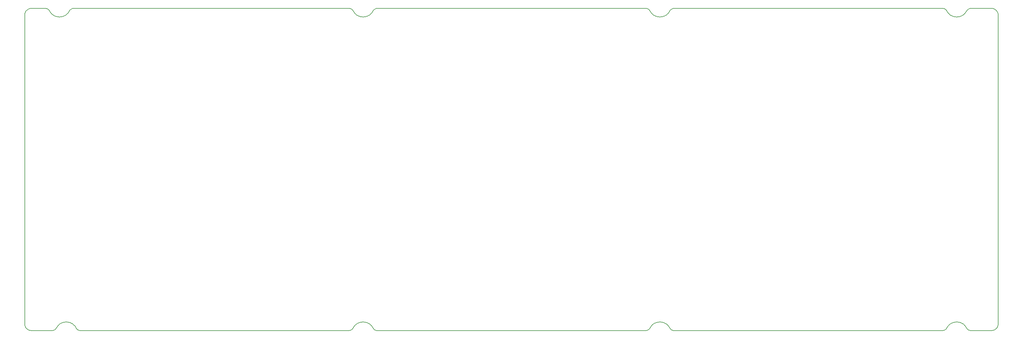
<source format=gm1>
G04 #@! TF.GenerationSoftware,KiCad,Pcbnew,(5.1.4)-1*
G04 #@! TF.CreationDate,2020-10-11T01:36:31-04:00*
G04 #@! TF.ProjectId,keyboard,6b657962-6f61-4726-942e-6b696361645f,rev?*
G04 #@! TF.SameCoordinates,Original*
G04 #@! TF.FileFunction,Profile,NP*
%FSLAX46Y46*%
G04 Gerber Fmt 4.6, Leading zero omitted, Abs format (unit mm)*
G04 Created by KiCad (PCBNEW (5.1.4)-1) date 2020-10-11 01:36:31*
%MOMM*%
%LPD*%
G04 APERTURE LIST*
%ADD10C,0.200000*%
G04 APERTURE END LIST*
D10*
X96408182Y-94274119D02*
X96487158Y-94151833D01*
X13760841Y-92681856D02*
X13898413Y-92750642D01*
X14153175Y-92903499D02*
X14275460Y-92987571D01*
X16430747Y-94880452D02*
X16542842Y-94883000D01*
X97060372Y-93341690D02*
X97159729Y-93242333D01*
X15465199Y-94426976D02*
X15569651Y-94526333D01*
X16542842Y-94883000D02*
X95198062Y-94883000D01*
X15210437Y-94075404D02*
X15284318Y-94202785D01*
X14889437Y-93581166D02*
X14978603Y-93698357D01*
X15811675Y-94694476D02*
X15944151Y-94760714D01*
X15060127Y-93818095D02*
X15136556Y-93942928D01*
X14703461Y-93364618D02*
X14797722Y-93471619D01*
X95982729Y-94661357D02*
X96105015Y-94579833D01*
X15284318Y-94202785D02*
X15368389Y-94319976D01*
X97376277Y-93056356D02*
X97490920Y-92969737D01*
X97266729Y-93145523D02*
X97376277Y-93056356D01*
X96749563Y-93716190D02*
X96836182Y-93599000D01*
X13620722Y-92618166D02*
X13760841Y-92681856D01*
X96925348Y-93489452D02*
X97060372Y-93341690D01*
X96487158Y-94151833D02*
X96530467Y-94075404D01*
X14387556Y-93074190D02*
X14497103Y-93165904D01*
X15686842Y-94615500D02*
X15811675Y-94694476D01*
X14030889Y-92824523D02*
X14153175Y-92903499D01*
X95386586Y-94872810D02*
X95557276Y-94839690D01*
X14275460Y-92987571D02*
X14387556Y-93074190D01*
X15944151Y-94760714D02*
X16091913Y-94814214D01*
X13898413Y-92750642D02*
X14030889Y-92824523D01*
X96530467Y-94075404D02*
X96583967Y-93976047D01*
X16252413Y-94854976D02*
X16430747Y-94880452D01*
X15569651Y-94526333D02*
X15686842Y-94615500D01*
X14978603Y-93698357D02*
X15060127Y-93818095D01*
X96836182Y-93599000D02*
X96925348Y-93489452D01*
X14797722Y-93471619D02*
X14889437Y-93581166D01*
X96583967Y-93976047D02*
X96660396Y-93851214D01*
X95198062Y-94883000D02*
X95386586Y-94872810D01*
X15368389Y-94319976D02*
X15465199Y-94426976D01*
X14497103Y-93165904D02*
X14601556Y-93262714D01*
X15136556Y-93942928D02*
X15210437Y-94075404D01*
X97159729Y-93242333D02*
X97266729Y-93145523D01*
X95852800Y-94732690D02*
X95982729Y-94661357D01*
X95710134Y-94793833D02*
X95852800Y-94732690D01*
X96660396Y-93851214D02*
X96749563Y-93716190D01*
X14601556Y-93262714D02*
X14703461Y-93364618D01*
X96316467Y-94386214D02*
X96408182Y-94274119D01*
X96105015Y-94579833D02*
X96214562Y-94488119D01*
X16091913Y-94814214D02*
X16252413Y-94854976D01*
X95557276Y-94839690D02*
X95710134Y-94793833D01*
X96214562Y-94488119D02*
X96316467Y-94386214D01*
X8795530Y-94732690D02*
X8928006Y-94658809D01*
X956503Y-94483024D02*
X1078789Y-94567095D01*
X13475508Y-92562118D02*
X13620722Y-92618166D01*
X13322650Y-92511166D02*
X13475508Y-92562118D01*
X13164698Y-92467856D02*
X13322650Y-92511166D01*
X10808150Y-92735356D02*
X10945721Y-92669118D01*
X164193Y-93071642D02*
X187122Y-93249976D01*
X12639888Y-92386332D02*
X12823317Y-92404166D01*
X12443722Y-92376142D02*
X12639888Y-92386332D01*
X10945721Y-92669118D02*
X11088388Y-92607975D01*
X1206170Y-94643524D02*
X1338646Y-94709762D01*
X9256649Y-94383666D02*
X9345816Y-94274119D01*
X187122Y-93249976D02*
X225336Y-93413023D01*
X1338646Y-94709762D02*
X1483860Y-94768357D01*
X12408055Y-92376142D02*
X12443722Y-92376142D01*
X10094816Y-93247428D02*
X10199268Y-93150618D01*
X9429887Y-94149285D02*
X9470649Y-94075404D01*
X8655411Y-94791286D02*
X8795530Y-94732690D01*
X8329315Y-94872810D02*
X8500006Y-94839690D01*
X559074Y-94088143D02*
X650789Y-94200238D01*
X10678221Y-92806690D02*
X10808150Y-92735356D01*
X8500006Y-94839690D02*
X8655411Y-94791286D01*
X1639265Y-94816762D02*
X1802313Y-94852429D01*
X9898649Y-93451238D02*
X9992911Y-93346785D01*
X1078789Y-94567095D02*
X1206170Y-94643524D01*
X9470649Y-94075404D02*
X9483387Y-94052476D01*
X1483860Y-94768357D02*
X1639265Y-94816762D01*
X9992911Y-93346785D02*
X10094816Y-93247428D01*
X10313911Y-93056356D02*
X10433649Y-92967190D01*
X9554720Y-93925095D02*
X9633697Y-93797714D01*
X12996555Y-92432190D02*
X13164698Y-92467856D01*
X12823317Y-92404166D02*
X12996555Y-92432190D01*
X11386459Y-92503523D02*
X11546959Y-92460213D01*
X12273031Y-92376142D02*
X12408055Y-92376142D01*
X12076864Y-92383785D02*
X12273031Y-92376142D01*
X10553388Y-92885666D02*
X10678221Y-92806690D01*
X276288Y-93565880D02*
X332336Y-93708547D01*
X11890888Y-92399071D02*
X12076864Y-92383785D01*
X9717768Y-93675428D02*
X9804387Y-93560785D01*
X154003Y-92878023D02*
X164193Y-93071642D01*
X11715102Y-92427094D02*
X11890888Y-92399071D01*
X11546959Y-92460213D02*
X11715102Y-92427094D01*
X11233602Y-92551928D02*
X11386459Y-92503523D01*
X2158980Y-94883000D02*
X8135696Y-94883000D01*
X11088388Y-92607975D02*
X11233602Y-92551928D01*
X10433649Y-92967190D02*
X10553388Y-92885666D01*
X1802313Y-94852429D02*
X1980646Y-94875357D01*
X9047744Y-94577286D02*
X9157292Y-94485571D01*
X9345816Y-94274119D02*
X9429887Y-94149285D01*
X9157292Y-94485571D02*
X9256649Y-94383666D01*
X225336Y-93413023D02*
X276288Y-93565880D01*
X10199268Y-93150618D02*
X10313911Y-93056356D01*
X8928006Y-94658809D02*
X9047744Y-94577286D01*
X477550Y-93970952D02*
X559074Y-94088143D01*
X401122Y-93843571D02*
X477550Y-93970952D01*
X1980646Y-94875357D02*
X2158980Y-94883000D01*
X9483387Y-94052476D02*
X9554720Y-93925095D01*
X8135696Y-94883000D02*
X8329315Y-94872810D01*
X844408Y-94393857D02*
X956503Y-94483024D01*
X739955Y-94297047D02*
X844408Y-94393857D01*
X650789Y-94200238D02*
X739955Y-94297047D01*
X332336Y-93708547D02*
X401122Y-93843571D01*
X9804387Y-93560785D02*
X9898649Y-93451238D01*
X9633697Y-93797714D02*
X9717768Y-93675428D01*
X9852792Y-2880799D02*
X9677006Y-2852775D01*
X11439959Y-2733037D02*
X11287102Y-2781442D01*
X6245362Y-407060D02*
X6130719Y-401965D01*
X154003Y-2406942D02*
X154003Y-92878023D01*
X1967908Y-412155D02*
X1789575Y-435084D01*
X8286006Y-2210775D02*
X8176458Y-2119061D01*
X184574Y-2050275D02*
X161646Y-2228608D01*
X329788Y-1586608D02*
X271193Y-1731822D01*
X469908Y-1326751D02*
X396027Y-1454132D01*
X553979Y-1204465D02*
X469908Y-1326751D01*
X7210910Y-857989D02*
X7106458Y-761179D01*
X10782673Y-2885894D02*
X10599245Y-2903728D01*
X739955Y-987917D02*
X643146Y-1092370D01*
X8176458Y-2119061D02*
X8072006Y-2022251D01*
X948860Y-807036D02*
X839312Y-898751D01*
X1193432Y-649084D02*
X1068598Y-725512D01*
X9052839Y-2666799D02*
X8912720Y-2605656D01*
X11585174Y-2679537D02*
X11439959Y-2733037D01*
X7389243Y-1082179D02*
X7305172Y-964989D01*
X10403078Y-2908823D02*
X10265506Y-2908823D01*
X8400649Y-2299942D02*
X8286006Y-2210775D01*
X7305172Y-964989D02*
X7210910Y-857989D01*
X161646Y-2228608D02*
X154003Y-2406942D01*
X1626527Y-473298D02*
X1473670Y-524250D01*
X9350911Y-2773799D02*
X9198054Y-2722847D01*
X6421148Y-429989D02*
X6245362Y-407060D01*
X10265506Y-2908823D02*
X10229840Y-2908823D01*
X9198054Y-2722847D02*
X9052839Y-2666799D01*
X8775149Y-2534323D02*
X8642673Y-2460442D01*
X10033673Y-2901180D02*
X9852792Y-2880799D01*
X222788Y-1887227D02*
X184574Y-2050275D01*
X2158980Y-401965D02*
X1967908Y-412155D01*
X7875839Y-1815894D02*
X7784125Y-1706346D01*
X1789575Y-435084D02*
X1626527Y-473298D01*
X271193Y-1731822D02*
X222788Y-1887227D01*
X6130719Y-401965D02*
X2158980Y-401965D01*
X8520387Y-2384013D02*
X8400649Y-2299942D01*
X396027Y-1454132D02*
X329788Y-1586608D01*
X643146Y-1092370D02*
X553979Y-1204465D01*
X9677006Y-2852775D02*
X9508863Y-2817108D01*
X839312Y-898751D02*
X739955Y-987917D01*
X6581648Y-470750D02*
X6421148Y-429989D01*
X7694958Y-1586608D02*
X7613434Y-1466870D01*
X1068598Y-725512D02*
X948860Y-807036D01*
X1473670Y-524250D02*
X1328456Y-580298D01*
X6864434Y-593036D02*
X6729410Y-526798D01*
X7972648Y-1920346D02*
X7875839Y-1815894D01*
X11129150Y-2824751D02*
X10961007Y-2860418D01*
X7537005Y-1342036D02*
X7465672Y-1209560D01*
X10961007Y-2860418D02*
X10782673Y-2885894D01*
X10599245Y-2903728D02*
X10403078Y-2908823D01*
X1328456Y-580298D02*
X1193432Y-649084D01*
X6729410Y-526798D02*
X6581648Y-470750D01*
X11287102Y-2781442D02*
X11129150Y-2824751D01*
X7613434Y-1466870D02*
X7537005Y-1342036D01*
X6986720Y-669465D02*
X6864434Y-593036D01*
X7784125Y-1706346D02*
X7694958Y-1586608D01*
X8072006Y-2022251D02*
X7972648Y-1920346D01*
X7106458Y-761179D02*
X6986720Y-669465D01*
X7465672Y-1209560D02*
X7389243Y-1082179D01*
X10229840Y-2908823D02*
X10033673Y-2901180D01*
X8642673Y-2460442D02*
X8520387Y-2384013D01*
X8912720Y-2605656D02*
X8775149Y-2534323D01*
X9508863Y-2817108D02*
X9350911Y-2773799D01*
X102484255Y-901298D02*
X102392541Y-1013393D01*
X183231071Y-761179D02*
X183118976Y-672012D01*
X184680667Y-2404394D02*
X184558381Y-2322870D01*
X100930207Y-2549608D02*
X100797731Y-2615846D01*
X102023136Y-1609537D02*
X101933969Y-1724179D01*
X102392541Y-1013393D02*
X102311017Y-1135679D01*
X101187517Y-2401846D02*
X101062683Y-2478275D01*
X182369976Y-407060D02*
X182257880Y-401965D01*
X183335524Y-857989D02*
X183231071Y-761179D01*
X183822119Y-1584060D02*
X183740595Y-1464322D01*
X100356993Y-2781442D02*
X100196492Y-2824751D01*
X100509850Y-2733037D02*
X100356993Y-2781442D01*
X101062683Y-2478275D02*
X100930207Y-2549608D01*
X101307255Y-2317775D02*
X101187517Y-2401846D01*
X101426993Y-2228608D02*
X101307255Y-2317775D01*
X101646088Y-2040084D02*
X101541636Y-2134346D01*
X102311017Y-1135679D02*
X102270255Y-1209560D01*
X184331643Y-2141989D02*
X184222095Y-2045180D01*
X101747993Y-1938180D02*
X101646088Y-2040084D01*
X103085494Y-493679D02*
X102945374Y-554822D01*
X182994142Y-595584D02*
X182859119Y-526798D01*
X101842255Y-1833727D02*
X101747993Y-1938180D01*
X182859119Y-526798D02*
X182711357Y-470750D01*
X102693160Y-707679D02*
X102583612Y-799393D01*
X184120191Y-1945822D02*
X184023381Y-1841370D01*
X184222095Y-2045180D02*
X184120191Y-1945822D01*
X101933969Y-1724179D02*
X101842255Y-1833727D01*
X184023381Y-1841370D02*
X183908738Y-1703799D01*
X182711357Y-470750D02*
X182550857Y-429989D01*
X102107207Y-1489798D02*
X102023136Y-1609537D01*
X102186184Y-1362417D02*
X102107207Y-1489798D01*
X102945374Y-554822D02*
X102812898Y-626155D01*
X183516405Y-1082179D02*
X183429785Y-964989D01*
X182550857Y-429989D02*
X182369976Y-407060D01*
X183118976Y-672012D02*
X182994142Y-595584D01*
X184932881Y-2552156D02*
X184802953Y-2480823D01*
X184441191Y-2236251D02*
X184331643Y-2141989D01*
X103411589Y-414703D02*
X103240898Y-445274D01*
X102583612Y-799393D02*
X102484255Y-901298D01*
X183908738Y-1703799D02*
X183822119Y-1584060D01*
X102812898Y-626155D02*
X102693160Y-707679D01*
X103240898Y-445274D02*
X103085494Y-493679D01*
X183740595Y-1464322D02*
X183664167Y-1339489D01*
X103605208Y-401965D02*
X103411589Y-414703D01*
X182257880Y-401965D02*
X103605208Y-401965D01*
X183664167Y-1339489D02*
X183590286Y-1209560D01*
X184558381Y-2322870D02*
X184441191Y-2236251D01*
X183429785Y-964989D02*
X183335524Y-857989D01*
X100196492Y-2824751D02*
X100028350Y-2857870D01*
X102270255Y-1209560D02*
X102257517Y-1232489D01*
X101541636Y-2134346D02*
X101426993Y-2228608D01*
X100028350Y-2857870D02*
X99852564Y-2885894D01*
X100657612Y-2676989D02*
X100509850Y-2733037D01*
X100797731Y-2615846D02*
X100657612Y-2676989D01*
X102257517Y-1232489D02*
X102186184Y-1362417D01*
X184802953Y-2480823D02*
X184680667Y-2404394D01*
X183590286Y-1209560D02*
X183516405Y-1082179D01*
X189167026Y-1489798D02*
X189082954Y-1609537D01*
X270178794Y-672012D02*
X270053961Y-595584D01*
X185070453Y-2618394D02*
X184932881Y-2552156D01*
X185210572Y-2679537D02*
X185070453Y-2618394D01*
X186201596Y-2903728D02*
X186015620Y-2885894D01*
X188122502Y-2478275D02*
X187992573Y-2549608D01*
X189454907Y-1013393D02*
X189373383Y-1135679D01*
X188367073Y-2317775D02*
X188247335Y-2401846D01*
X189875264Y-626155D02*
X189752978Y-707679D01*
X270492151Y-964989D02*
X270397889Y-857989D01*
X188807811Y-1938180D02*
X188705907Y-2040084D01*
X271391461Y-2141989D02*
X271281914Y-2045180D01*
X190005193Y-554822D02*
X189875264Y-626155D01*
X188996335Y-1724179D02*
X188904621Y-1833727D01*
X185669143Y-2824751D02*
X185511191Y-2783989D01*
X186392668Y-2908823D02*
X186201596Y-2903728D01*
X185837286Y-2860418D02*
X185669143Y-2824751D01*
X186015620Y-2885894D02*
X185837286Y-2860418D01*
X270293437Y-761179D02*
X270178794Y-672012D01*
X187090715Y-2857870D02*
X186914930Y-2885894D01*
X188705907Y-2040084D02*
X188601454Y-2134346D01*
X188489359Y-2228608D02*
X188367073Y-2317775D01*
X270723985Y-1339489D02*
X270652651Y-1209560D01*
X187258858Y-2824751D02*
X187090715Y-2857870D01*
X188904621Y-1833727D02*
X188807811Y-1938180D01*
X270881937Y-1584060D02*
X270800413Y-1464322D01*
X186527691Y-2908823D02*
X186392668Y-2908823D01*
X186728953Y-2903728D02*
X186527691Y-2908823D01*
X186914930Y-2885894D02*
X186728953Y-2903728D01*
X187569668Y-2733037D02*
X187416811Y-2781442D01*
X187717430Y-2676989D02*
X187569668Y-2733037D01*
X189246002Y-1362417D02*
X189167026Y-1489798D01*
X189373383Y-1135679D02*
X189330073Y-1209560D01*
X189330073Y-1209560D02*
X189319883Y-1232489D01*
X269610675Y-429989D02*
X269432341Y-407060D01*
X189643431Y-799393D02*
X189544073Y-901298D01*
X190145312Y-493679D02*
X190005193Y-554822D01*
X270397889Y-857989D02*
X270293437Y-761179D01*
X270652651Y-1209560D02*
X270576223Y-1082179D01*
X190665026Y-401965D02*
X190471407Y-414703D01*
X269771175Y-470750D02*
X269610675Y-429989D01*
X270576223Y-1082179D02*
X270492151Y-964989D01*
X270800413Y-1464322D02*
X270723985Y-1339489D01*
X271085747Y-1841370D02*
X270971104Y-1703799D01*
X187857549Y-2615846D02*
X187717430Y-2676989D01*
X187992573Y-2549608D02*
X187857549Y-2615846D01*
X189082954Y-1609537D02*
X188996335Y-1724179D01*
X190300717Y-445274D02*
X190145312Y-493679D01*
X189319883Y-1232489D02*
X189246002Y-1362417D01*
X269432341Y-407060D02*
X269317699Y-401965D01*
X269918937Y-526798D02*
X269771175Y-470750D01*
X270053961Y-595584D02*
X269918937Y-526798D01*
X270971104Y-1703799D02*
X270881937Y-1584060D01*
X271281914Y-2045180D02*
X271182556Y-1945822D01*
X271182556Y-1945822D02*
X271085747Y-1841370D01*
X189544073Y-901298D02*
X189454907Y-1013393D01*
X190471407Y-414703D02*
X190300717Y-445274D01*
X185358334Y-2735585D02*
X185210572Y-2679537D01*
X185511191Y-2783989D02*
X185358334Y-2735585D01*
X188601454Y-2134346D02*
X188489359Y-2228608D01*
X187416811Y-2781442D02*
X187258858Y-2824751D01*
X188247335Y-2401846D02*
X188122502Y-2478275D01*
X269317699Y-401965D02*
X190665026Y-401965D01*
X189752978Y-707679D02*
X189643431Y-799393D01*
X97269277Y-2141989D02*
X97162277Y-2045180D01*
X98609325Y-2824751D02*
X98451373Y-2783989D01*
X95488491Y-429989D02*
X95310157Y-407060D01*
X95796753Y-526798D02*
X95651538Y-470750D01*
X97060372Y-1945822D02*
X96963563Y-1841370D01*
X98295968Y-2735585D02*
X98150754Y-2679537D01*
X12242460Y-2317775D02*
X12120174Y-2401846D01*
X96171253Y-761179D02*
X96056610Y-672012D01*
X11727840Y-2618394D02*
X11585174Y-2679537D01*
X11995340Y-2478275D02*
X11865412Y-2549608D01*
X12680650Y-1938180D02*
X12578745Y-2040084D01*
X96963563Y-1841370D02*
X96848920Y-1703799D01*
X98150754Y-2679537D02*
X98010635Y-2618394D01*
X14537865Y-401965D02*
X14344246Y-414703D01*
X95651538Y-470750D02*
X95488491Y-429989D01*
X11865412Y-2549608D02*
X11727840Y-2618394D01*
X12777460Y-1833727D02*
X12680650Y-1938180D01*
X12120174Y-2401846D02*
X11995340Y-2478275D01*
X12362198Y-2228608D02*
X12242460Y-2317775D01*
X12578745Y-2040084D02*
X12474293Y-2134346D01*
X13518817Y-799393D02*
X13416912Y-901298D01*
X13878032Y-554822D02*
X13748103Y-626155D01*
X96056610Y-672012D02*
X95934324Y-595584D01*
X99852564Y-2885894D02*
X99669135Y-2903728D01*
X14018151Y-493679D02*
X13878032Y-554822D01*
X14173556Y-445274D02*
X14018151Y-493679D01*
X96369967Y-964989D02*
X96275705Y-857989D01*
X96530467Y-1209560D02*
X96456586Y-1082179D01*
X95310157Y-407060D02*
X95198062Y-401965D01*
X96275705Y-857989D02*
X96171253Y-761179D01*
X97498563Y-2322870D02*
X97381372Y-2236251D01*
X99669135Y-2903728D02*
X99467873Y-2908823D01*
X98955802Y-2885894D02*
X98777468Y-2860418D01*
X96680777Y-1464322D02*
X96601801Y-1339489D01*
X96848920Y-1703799D02*
X96759753Y-1584060D01*
X97162277Y-2045180D02*
X97060372Y-1945822D01*
X98010635Y-2618394D02*
X97873063Y-2552156D01*
X97618301Y-2404394D02*
X97498563Y-2322870D01*
X98451373Y-2783989D02*
X98295968Y-2735585D01*
X99141778Y-2903728D02*
X98955802Y-2885894D01*
X97381372Y-2236251D02*
X97269277Y-2141989D01*
X98777468Y-2860418D02*
X98609325Y-2824751D01*
X12474293Y-2134346D02*
X12362198Y-2228608D01*
X12869174Y-1724179D02*
X12777460Y-1833727D01*
X12955793Y-1609537D02*
X12869174Y-1724179D01*
X13039865Y-1489798D02*
X12955793Y-1609537D01*
X13118841Y-1362417D02*
X13039865Y-1489798D01*
X96456586Y-1082179D02*
X96369967Y-964989D01*
X13327746Y-1013393D02*
X13246222Y-1135679D01*
X95934324Y-595584D02*
X95796753Y-526798D01*
X96601801Y-1339489D02*
X96530467Y-1209560D01*
X13192722Y-1232489D02*
X13118841Y-1362417D01*
X13202912Y-1209560D02*
X13192722Y-1232489D01*
X13246222Y-1135679D02*
X13202912Y-1209560D01*
X13416912Y-901298D02*
X13327746Y-1013393D01*
X95198062Y-401965D02*
X14537865Y-401965D01*
X96759753Y-1584060D02*
X96680777Y-1464322D01*
X97873063Y-2552156D02*
X97743134Y-2480823D01*
X13628365Y-707679D02*
X13518817Y-799393D01*
X97743134Y-2480823D02*
X97618301Y-2404394D01*
X99332849Y-2908823D02*
X99141778Y-2903728D01*
X13748103Y-626155D02*
X13628365Y-707679D01*
X99467873Y-2908823D02*
X99332849Y-2908823D01*
X14344246Y-414703D02*
X14173556Y-445274D01*
X285640300Y-93397738D02*
X285675967Y-93234690D01*
X283701561Y-94883000D02*
X283895180Y-94875357D01*
X285528205Y-1576418D02*
X285461966Y-1443941D01*
X285586800Y-1721632D02*
X285528205Y-1576418D01*
X285635205Y-1874489D02*
X285586800Y-1721632D01*
X285467062Y-93833381D02*
X285533300Y-93698357D01*
X276466320Y-94202785D02*
X276550392Y-94319976D01*
X284911681Y-94477928D02*
X285023776Y-94386214D01*
X275882915Y-93364618D02*
X275979725Y-93471619D01*
X285698895Y-2215870D02*
X285673419Y-2037537D01*
X276550392Y-94319976D02*
X276644654Y-94426976D01*
X275569558Y-93074190D02*
X275679106Y-93165904D01*
X275080415Y-92750642D02*
X275212891Y-92824523D01*
X285591895Y-93553142D02*
X285640300Y-93397738D01*
X276160606Y-93698357D02*
X276242130Y-93818095D01*
X275335177Y-92903499D02*
X275454915Y-92987571D01*
X274802724Y-92618166D02*
X274942844Y-92681856D01*
X277273916Y-94814214D02*
X277434416Y-94854976D01*
X285706538Y-2406942D02*
X285698895Y-2215870D01*
X275679106Y-93165904D02*
X275783558Y-93262714D01*
X285217395Y-94192595D02*
X285306562Y-94080500D01*
X285706538Y-92878023D02*
X285706538Y-2406942D01*
X284532085Y-94704667D02*
X284667109Y-94638428D01*
X285533300Y-93698357D02*
X285591895Y-93553142D01*
X285120585Y-94297047D02*
X285217395Y-94192595D01*
X283895180Y-94875357D02*
X284073514Y-94849881D01*
X274346700Y-92467856D02*
X274504653Y-92511166D01*
X276071439Y-93581166D02*
X276160606Y-93698357D01*
X285390633Y-93960762D02*
X285467062Y-93833381D01*
X285306562Y-94080500D02*
X285390633Y-93960762D01*
X284791942Y-94562000D02*
X284911681Y-94477928D01*
X276242130Y-93818095D02*
X276318558Y-93942928D01*
X276749106Y-94526333D02*
X276868844Y-94615500D01*
X284073514Y-94849881D02*
X284236561Y-94811667D01*
X276389892Y-94075404D02*
X276466320Y-94202785D01*
X275979725Y-93471619D02*
X276071439Y-93581166D01*
X275212891Y-92824523D02*
X275335177Y-92903499D01*
X285698895Y-93056356D02*
X285706538Y-92878023D01*
X285675967Y-93234690D02*
X285698895Y-93056356D01*
X284667109Y-94638428D02*
X284791942Y-94562000D01*
X274942844Y-92681856D02*
X275080415Y-92750642D01*
X284236561Y-94811667D02*
X284389418Y-94763262D01*
X276644654Y-94426976D02*
X276749106Y-94526333D01*
X275783558Y-93262714D02*
X275882915Y-93364618D01*
X274504653Y-92511166D02*
X274657510Y-92562118D01*
X275454915Y-92987571D02*
X275569558Y-93074190D01*
X285023776Y-94386214D02*
X285120585Y-94297047D01*
X277126154Y-94760714D02*
X277273916Y-94814214D01*
X276991130Y-94694476D02*
X277126154Y-94760714D01*
X284389418Y-94763262D02*
X284532085Y-94704667D01*
X274657510Y-92562118D02*
X274802724Y-92618166D01*
X277724845Y-94883000D02*
X283701561Y-94883000D01*
X277434416Y-94854976D02*
X277610202Y-94880452D01*
X276318558Y-93942928D02*
X276389892Y-94075404D01*
X276868844Y-94615500D02*
X276991130Y-94694476D01*
X277610202Y-94880452D02*
X277724845Y-94883000D01*
X285673419Y-2037537D02*
X285635205Y-1874489D01*
X271610557Y-92969737D02*
X271732842Y-92885666D01*
X270336747Y-94488119D02*
X270436104Y-94386214D01*
X189179764Y-93818095D02*
X189258740Y-93942928D01*
X271180009Y-93341690D02*
X271281914Y-93242333D01*
X269506222Y-94872810D02*
X269676913Y-94839690D01*
X188150525Y-92824523D02*
X188275359Y-92903499D01*
X270224651Y-94579833D02*
X270336747Y-94488119D01*
X271992700Y-92735356D02*
X272127723Y-92669118D01*
X271281914Y-93242333D02*
X271386366Y-93145523D01*
X273256319Y-92383785D02*
X273452486Y-92376142D01*
X189931312Y-94694476D02*
X190066336Y-94760714D01*
X269317699Y-94883000D02*
X269506222Y-94872810D01*
X273590057Y-92376142D02*
X273625724Y-92376142D01*
X274176010Y-92432190D02*
X274346700Y-92467856D01*
X188919907Y-93471619D02*
X189011621Y-93581166D01*
X188020597Y-92750642D02*
X188150525Y-92824523D01*
X274002772Y-92404166D02*
X274176010Y-92432190D01*
X273452486Y-92376142D02*
X273590057Y-92376142D01*
X189403954Y-94202785D02*
X189490573Y-94319976D01*
X188509740Y-93074190D02*
X188616740Y-93165904D01*
X272568462Y-92503523D02*
X272726414Y-92460213D01*
X271386366Y-93145523D02*
X271495914Y-93056356D01*
X272894557Y-92427094D02*
X273072890Y-92399071D01*
X270706151Y-93976047D02*
X270780032Y-93851214D01*
X270527818Y-94274119D02*
X270609342Y-94151833D01*
X269832318Y-94793833D02*
X269972437Y-94732690D01*
X269972437Y-94732690D02*
X270104913Y-94661357D01*
X189584835Y-94426976D02*
X189689288Y-94526333D01*
X189490573Y-94319976D02*
X189584835Y-94426976D01*
X270955818Y-93599000D02*
X271047533Y-93489452D01*
X189689288Y-94526333D02*
X189806478Y-94615500D01*
X272267843Y-92607975D02*
X272415604Y-92551928D01*
X272127723Y-92669118D02*
X272267843Y-92607975D01*
X270780032Y-93851214D02*
X270869199Y-93716190D01*
X270104913Y-94661357D02*
X270224651Y-94579833D01*
X270609342Y-94151833D02*
X270652651Y-94075404D01*
X190550383Y-94880452D02*
X190665026Y-94883000D01*
X189330073Y-94075404D02*
X189403954Y-94202785D01*
X189011621Y-93581166D02*
X189098240Y-93698357D01*
X188823097Y-93364618D02*
X188919907Y-93471619D01*
X188275359Y-92903499D02*
X188395097Y-92987571D01*
X270436104Y-94386214D02*
X270527818Y-94274119D01*
X269676913Y-94839690D02*
X269832318Y-94793833D01*
X189806478Y-94615500D02*
X189931312Y-94694476D01*
X273072890Y-92399071D02*
X273256319Y-92383785D01*
X271862771Y-92806690D02*
X271992700Y-92735356D01*
X271047533Y-93489452D02*
X271180009Y-93341690D01*
X190066336Y-94760714D02*
X190211550Y-94814214D01*
X272415604Y-92551928D02*
X272568462Y-92503523D01*
X271732842Y-92885666D02*
X271862771Y-92806690D01*
X190211550Y-94814214D02*
X190374598Y-94854976D01*
X189258740Y-93942928D02*
X189330073Y-94075404D01*
X270652651Y-94075404D02*
X270706151Y-93976047D01*
X271495914Y-93056356D02*
X271610557Y-92969737D01*
X270869199Y-93716190D02*
X270955818Y-93599000D01*
X190665026Y-94883000D02*
X269317699Y-94883000D01*
X188395097Y-92987571D02*
X188509740Y-93074190D01*
X188723740Y-93262714D02*
X188823097Y-93364618D01*
X188616740Y-93165904D02*
X188723740Y-93262714D01*
X273625724Y-92376142D02*
X273821891Y-92386332D01*
X272726414Y-92460213D02*
X272894557Y-92427094D01*
X190374598Y-94854976D02*
X190550383Y-94880452D01*
X189098240Y-93698357D02*
X189179764Y-93818095D01*
X273821891Y-92386332D02*
X274002772Y-92404166D01*
X275549177Y-2228608D02*
X275429439Y-2317775D01*
X284221276Y-470750D02*
X284058228Y-432536D01*
X271995247Y-2552156D02*
X271865319Y-2480823D01*
X273974748Y-2885894D02*
X273791319Y-2903728D01*
X276389892Y-1209560D02*
X276379701Y-1232489D01*
X276514725Y-1013393D02*
X276433201Y-1135679D01*
X284904038Y-801941D02*
X284784300Y-717870D01*
X273791319Y-2903728D02*
X273590057Y-2908823D01*
X276142773Y-1609537D02*
X276056153Y-1724179D01*
X285301466Y-1196822D02*
X285209752Y-1087274D01*
X277724845Y-401965D02*
X277531225Y-414703D01*
X276433201Y-1135679D02*
X276389892Y-1209560D01*
X285385538Y-1316560D02*
X285301466Y-1196822D01*
X283879894Y-409608D02*
X283701561Y-401965D01*
X272130271Y-2618394D02*
X271995247Y-2552156D01*
X272270390Y-2679537D02*
X272130271Y-2618394D01*
X274917367Y-2615846D02*
X274777248Y-2676989D01*
X274150534Y-2857870D02*
X273974748Y-2885894D01*
X276603892Y-901298D02*
X276514725Y-1013393D01*
X275964439Y-1833727D02*
X275867630Y-1938180D01*
X277531225Y-414703D02*
X277363083Y-445274D01*
X277207678Y-493679D02*
X277065011Y-554822D01*
X271503557Y-2236251D02*
X271391461Y-2141989D01*
X275182320Y-2478275D02*
X275052391Y-2549608D01*
X283701561Y-401965D02*
X277724845Y-401965D01*
X277065011Y-554822D02*
X276935082Y-626155D01*
X275867630Y-1938180D02*
X275765725Y-2040084D01*
X275052391Y-2549608D02*
X274917367Y-2615846D01*
X274632034Y-2733037D02*
X274476629Y-2781442D01*
X275661272Y-2134346D02*
X275549177Y-2228608D01*
X271620747Y-2322870D02*
X271503557Y-2236251D01*
X273261414Y-2903728D02*
X273075438Y-2885894D01*
X284784300Y-717870D02*
X284656919Y-643989D01*
X271740485Y-2404394D02*
X271620747Y-2322870D01*
X271865319Y-2480823D02*
X271740485Y-2404394D01*
X272418152Y-2735585D02*
X272270390Y-2679537D01*
X274318677Y-2824751D02*
X274150534Y-2857870D01*
X272899652Y-2860418D02*
X272731509Y-2824751D01*
X275429439Y-2317775D02*
X275307153Y-2401846D01*
X284656919Y-643989D02*
X284521895Y-577750D01*
X285120585Y-987917D02*
X285016133Y-891108D01*
X284376680Y-519155D02*
X284221276Y-470750D01*
X285461966Y-1443941D02*
X285385538Y-1316560D01*
X276815344Y-707679D02*
X276705797Y-799393D01*
X272571009Y-2783989D02*
X272418152Y-2735585D01*
X272731509Y-2824751D02*
X272571009Y-2783989D01*
X273452486Y-2908823D02*
X273261414Y-2903728D01*
X276305820Y-1362417D02*
X276226844Y-1489798D01*
X276056153Y-1724179D02*
X275964439Y-1833727D01*
X276226844Y-1489798D02*
X276142773Y-1609537D01*
X284521895Y-577750D02*
X284376680Y-519155D01*
X273075438Y-2885894D02*
X272899652Y-2860418D01*
X273590057Y-2908823D02*
X273452486Y-2908823D01*
X276379701Y-1232489D02*
X276305820Y-1362417D01*
X276935082Y-626155D02*
X276815344Y-707679D01*
X284058228Y-432536D02*
X283879894Y-409608D01*
X285016133Y-891108D02*
X284904038Y-801941D01*
X274476629Y-2781442D02*
X274318677Y-2824751D01*
X276705797Y-799393D02*
X276603892Y-901298D01*
X277363083Y-445274D02*
X277207678Y-493679D01*
X275765725Y-2040084D02*
X275661272Y-2134346D01*
X274777248Y-2676989D02*
X274632034Y-2733037D01*
X275307153Y-2401846D02*
X275182320Y-2478275D01*
X285209752Y-1087274D02*
X285120585Y-987917D01*
X184802953Y-92806690D02*
X184932881Y-92735356D01*
X186762072Y-92386332D02*
X186942953Y-92404166D01*
X184219548Y-93242333D02*
X184326548Y-93145523D01*
X187116192Y-92432190D02*
X187284335Y-92467856D01*
X185355786Y-92551928D02*
X185508643Y-92503523D01*
X186942953Y-92404166D02*
X187116192Y-92432190D01*
X185067905Y-92669118D02*
X185208024Y-92607975D01*
X186565906Y-92376142D02*
X186762072Y-92386332D01*
X185508643Y-92503523D02*
X185666596Y-92460213D01*
X185834739Y-92427094D02*
X186013072Y-92399071D01*
X185208024Y-92607975D02*
X185355786Y-92551928D01*
X186013072Y-92399071D02*
X186196501Y-92383785D01*
X187880478Y-92681856D02*
X188020597Y-92750642D01*
X187597692Y-92562118D02*
X187742906Y-92618166D01*
X184326548Y-93145523D02*
X184436095Y-93056356D01*
X187444835Y-92511166D02*
X187597692Y-92562118D01*
X184436095Y-93056356D02*
X184550738Y-92969737D01*
X183987714Y-93489452D02*
X184120191Y-93341690D01*
X184673024Y-92885666D02*
X184802953Y-92806690D01*
X186392668Y-92376142D02*
X186527691Y-92376142D01*
X187284335Y-92467856D02*
X187444835Y-92511166D01*
X186196501Y-92383785D02*
X186392668Y-92376142D01*
X184550738Y-92969737D02*
X184673024Y-92885666D01*
X184932881Y-92735356D02*
X185067905Y-92669118D01*
X184120191Y-93341690D02*
X184219548Y-93242333D01*
X186527691Y-92376142D02*
X186565906Y-92376142D01*
X185666596Y-92460213D02*
X185834739Y-92427094D01*
X187742906Y-92618166D02*
X187880478Y-92681856D01*
X182617095Y-94839690D02*
X182772500Y-94793833D01*
X102038422Y-93698357D02*
X102119946Y-93818095D01*
X183809381Y-93716190D02*
X183896000Y-93599000D01*
X183720214Y-93851214D02*
X183809381Y-93716190D01*
X183646333Y-93976047D02*
X183720214Y-93851214D01*
X183590286Y-94075404D02*
X183646333Y-93976047D01*
X100382469Y-92511166D02*
X100535326Y-92562118D01*
X103605208Y-94883000D02*
X182257880Y-94883000D01*
X102746660Y-94615500D02*
X102871493Y-94694476D01*
X99332849Y-92376142D02*
X99467873Y-92376142D01*
X183546976Y-94151833D02*
X183590286Y-94075404D01*
X100535326Y-92562118D02*
X100680540Y-92618166D01*
X98774921Y-92427094D02*
X98950706Y-92399071D01*
X182446404Y-94872810D02*
X182617095Y-94839690D01*
X98148206Y-92607975D02*
X98293420Y-92551928D01*
X101663922Y-93262714D02*
X101763279Y-93364618D01*
X99699707Y-92386332D02*
X99883135Y-92404166D01*
X98446278Y-92503523D02*
X98606778Y-92460213D01*
X97873063Y-92735356D02*
X98008087Y-92669118D01*
X101335279Y-92987571D02*
X101447374Y-93074190D01*
X183468000Y-94274119D02*
X183546976Y-94151833D01*
X98950706Y-92399071D02*
X99136683Y-92383785D01*
X103151732Y-94814214D02*
X103312232Y-94854976D01*
X183376285Y-94386214D02*
X183468000Y-94274119D01*
X183276928Y-94488119D02*
X183376285Y-94386214D01*
X102430755Y-94319976D02*
X102525017Y-94426976D01*
X103006517Y-94760714D02*
X103151732Y-94814214D01*
X183164833Y-94579833D02*
X183276928Y-94488119D01*
X102119946Y-93818095D02*
X102196374Y-93942928D01*
X97490920Y-92969737D02*
X97613206Y-92885666D01*
X99503540Y-92376142D02*
X99699707Y-92386332D01*
X183042547Y-94661357D02*
X183164833Y-94579833D01*
X182257880Y-94883000D02*
X182446404Y-94872810D01*
X103490565Y-94880452D02*
X103605208Y-94883000D01*
X102629470Y-94526333D02*
X102746660Y-94615500D01*
X99883135Y-92404166D02*
X100056373Y-92432190D01*
X100820659Y-92681856D02*
X100958231Y-92750642D01*
X103312232Y-94854976D02*
X103490565Y-94880452D01*
X102196374Y-93942928D02*
X102270255Y-94075404D01*
X100224516Y-92467856D02*
X100382469Y-92511166D01*
X99467873Y-92376142D02*
X99503540Y-92376142D01*
X98293420Y-92551928D02*
X98446278Y-92503523D01*
X182912619Y-94732690D02*
X183042547Y-94661357D01*
X182772500Y-94793833D02*
X182912619Y-94732690D01*
X102525017Y-94426976D02*
X102629470Y-94526333D01*
X98008087Y-92669118D02*
X98148206Y-92607975D01*
X102270255Y-94075404D02*
X102344136Y-94202785D01*
X100680540Y-92618166D02*
X100820659Y-92681856D01*
X99136683Y-92383785D02*
X99332849Y-92376142D01*
X97613206Y-92885666D02*
X97740587Y-92806690D01*
X98606778Y-92460213D02*
X98774921Y-92427094D01*
X102871493Y-94694476D02*
X103006517Y-94760714D01*
X101949255Y-93581166D02*
X102038422Y-93698357D01*
X101215540Y-92903499D02*
X101335279Y-92987571D01*
X101090707Y-92824523D02*
X101215540Y-92903499D01*
X101860088Y-93471619D02*
X101949255Y-93581166D01*
X97740587Y-92806690D02*
X97873063Y-92735356D01*
X101763279Y-93364618D02*
X101860088Y-93471619D01*
X101556922Y-93165904D02*
X101663922Y-93262714D01*
X100056373Y-92432190D02*
X100224516Y-92467856D01*
X101447374Y-93074190D02*
X101556922Y-93165904D01*
X100958231Y-92750642D02*
X101090707Y-92824523D01*
X102344136Y-94202785D02*
X102430755Y-94319976D01*
X183896000Y-93599000D02*
X183987714Y-93489452D01*
M02*

</source>
